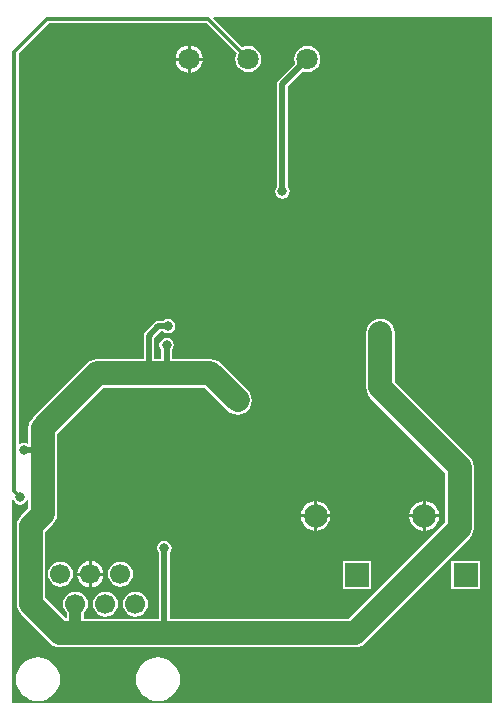
<source format=gbl>
%FSLAX24Y24*%
%MOIN*%
G70*
G01*
G75*
G04 Layer_Physical_Order=2*
G04 Layer_Color=16711680*
%ADD10R,0.0669X0.0709*%
%ADD11R,0.0394X0.0394*%
%ADD12R,0.0614X0.0110*%
%ADD13R,0.0110X0.0614*%
%ADD14R,0.0394X0.0394*%
%ADD15R,0.0354X0.0394*%
%ADD16R,0.0591X0.0472*%
%ADD17R,0.0591X0.0512*%
%ADD18R,0.0394X0.0354*%
%ADD19R,0.0472X0.0591*%
%ADD20R,0.0748X0.0374*%
%ADD21R,0.2717X0.2165*%
%ADD22R,0.0433X0.0394*%
%ADD23R,0.1968X0.0669*%
%ADD24C,0.0118*%
%ADD25C,0.0394*%
%ADD26C,0.0197*%
%ADD27C,0.0669*%
%ADD28C,0.0709*%
%ADD29R,0.0787X0.0787*%
%ADD30C,0.0787*%
%ADD31C,0.0315*%
%ADD32C,0.0787*%
G36*
X16063Y276D02*
Y79D01*
X79D01*
Y6849D01*
X128Y6854D01*
X132Y6837D01*
X184Y6759D01*
X262Y6707D01*
X354Y6688D01*
X446Y6707D01*
X525Y6759D01*
X577Y6837D01*
X626Y6827D01*
Y6575D01*
X372Y6321D01*
X296Y6223D01*
X248Y6108D01*
X232Y5984D01*
Y3386D01*
X248Y3262D01*
X296Y3148D01*
X372Y3049D01*
X1356Y2065D01*
X1455Y1989D01*
X1570Y1941D01*
X1693Y1925D01*
X11496D01*
X11619Y1941D01*
X11734Y1989D01*
X11833Y2065D01*
X15337Y5569D01*
X15413Y5667D01*
X15460Y5782D01*
X15477Y5906D01*
Y7953D01*
X15460Y8076D01*
X15413Y8191D01*
X15337Y8290D01*
X12839Y10788D01*
Y11220D01*
Y11811D01*
Y12402D01*
X12822Y12525D01*
X12775Y12640D01*
X12699Y12739D01*
X12600Y12814D01*
X12486Y12862D01*
X12362Y12878D01*
X12239Y12862D01*
X12124Y12814D01*
X12025Y12739D01*
X11950Y12640D01*
X11902Y12525D01*
X11886Y12402D01*
Y11811D01*
Y11220D01*
Y10591D01*
X11902Y10467D01*
X11950Y10352D01*
X12025Y10254D01*
X14523Y7755D01*
Y6103D01*
X11299Y2878D01*
X5338D01*
Y5081D01*
X5380Y5144D01*
X5398Y5236D01*
X5380Y5328D01*
X5328Y5407D01*
X5250Y5459D01*
X5157Y5477D01*
X5065Y5459D01*
X4987Y5407D01*
X4935Y5328D01*
X4917Y5236D01*
X4935Y5144D01*
X4977Y5081D01*
Y2878D01*
X2471D01*
Y3062D01*
X2488Y3075D01*
X2554Y3162D01*
X2596Y3262D01*
X2610Y3370D01*
X2596Y3478D01*
X2554Y3579D01*
X2488Y3665D01*
X2401Y3731D01*
X2301Y3773D01*
X2193Y3787D01*
X2085Y3773D01*
X1984Y3731D01*
X1898Y3665D01*
X1832Y3579D01*
X1790Y3478D01*
X1776Y3370D01*
X1790Y3262D01*
X1832Y3162D01*
X1898Y3075D01*
X1915Y3062D01*
Y2919D01*
X1869Y2900D01*
X1185Y3583D01*
Y5787D01*
X1439Y6041D01*
X1515Y6140D01*
X1563Y6255D01*
X1579Y6378D01*
Y9055D01*
X3111Y10586D01*
X6496D01*
X7261Y9821D01*
X7360Y9745D01*
X7475Y9697D01*
X7598Y9681D01*
X7722Y9697D01*
X7837Y9745D01*
X7935Y9821D01*
X8011Y9919D01*
X8059Y10034D01*
X8075Y10157D01*
X8059Y10281D01*
X8011Y10396D01*
X7935Y10494D01*
X7030Y11400D01*
X6931Y11476D01*
X6816Y11523D01*
X6693Y11540D01*
X5417D01*
Y11853D01*
X5459Y11916D01*
X5477Y12008D01*
X5459Y12100D01*
X5407Y12178D01*
X5328Y12230D01*
X5236Y12249D01*
X5144Y12230D01*
X5066Y12178D01*
X5014Y12100D01*
X4995Y12008D01*
X5014Y11916D01*
X5056Y11853D01*
Y11540D01*
X4826D01*
Y12248D01*
X5035Y12457D01*
X5121D01*
X5183Y12415D01*
X5276Y12397D01*
X5368Y12415D01*
X5446Y12467D01*
X5498Y12546D01*
X5516Y12638D01*
X5498Y12730D01*
X5446Y12808D01*
X5368Y12860D01*
X5276Y12879D01*
X5183Y12860D01*
X5121Y12818D01*
X4961D01*
X4892Y12805D01*
X4833Y12766D01*
X4518Y12451D01*
X4479Y12392D01*
X4465Y12323D01*
Y11540D01*
X2913D01*
X2790Y11523D01*
X2675Y11476D01*
X2576Y11400D01*
X765Y9589D01*
X690Y9490D01*
X642Y9375D01*
X626Y9252D01*
Y8739D01*
X582Y8715D01*
X565Y8726D01*
X472Y8745D01*
X380Y8726D01*
X342Y8701D01*
X298Y8724D01*
Y21713D01*
X1318Y22734D01*
X6556D01*
X7563Y21726D01*
X7531Y21648D01*
X7516Y21535D01*
X7531Y21422D01*
X7574Y21317D01*
X7644Y21227D01*
X7734Y21157D01*
X7840Y21114D01*
X7953Y21099D01*
X8066Y21114D01*
X8171Y21157D01*
X8262Y21227D01*
X8331Y21317D01*
X8375Y21422D01*
X8390Y21535D01*
X8375Y21648D01*
X8331Y21754D01*
X8262Y21844D01*
X8171Y21914D01*
X8066Y21957D01*
X7953Y21972D01*
X7840Y21957D01*
X7762Y21925D01*
X6780Y22907D01*
X6799Y22953D01*
X16063D01*
Y276D01*
D02*
G37*
%LPC*%
G36*
X1693Y4787D02*
X1585Y4773D01*
X1484Y4731D01*
X1398Y4665D01*
X1332Y4579D01*
X1290Y4478D01*
X1276Y4370D01*
X1290Y4262D01*
X1332Y4162D01*
X1398Y4075D01*
X1484Y4009D01*
X1585Y3967D01*
X1693Y3953D01*
X1801Y3967D01*
X1901Y4009D01*
X1988Y4075D01*
X2054Y4162D01*
X2096Y4262D01*
X2110Y4370D01*
X2096Y4478D01*
X2054Y4579D01*
X1988Y4665D01*
X1901Y4731D01*
X1801Y4773D01*
X1693Y4787D01*
D02*
G37*
G36*
X3125Y4320D02*
X2743D01*
Y3938D01*
X2806Y3947D01*
X2912Y3990D01*
X3003Y4060D01*
X3073Y4151D01*
X3116Y4257D01*
X3125Y4320D01*
D02*
G37*
G36*
X2643D02*
X2261D01*
X2269Y4257D01*
X2313Y4151D01*
X2383Y4060D01*
X2474Y3990D01*
X2579Y3947D01*
X2643Y3938D01*
Y4320D01*
D02*
G37*
G36*
Y4802D02*
X2579Y4794D01*
X2474Y4750D01*
X2383Y4680D01*
X2313Y4589D01*
X2269Y4484D01*
X2261Y4420D01*
X2643D01*
Y4802D01*
D02*
G37*
G36*
X3693Y4787D02*
X3585Y4773D01*
X3484Y4731D01*
X3398Y4665D01*
X3332Y4579D01*
X3290Y4478D01*
X3276Y4370D01*
X3290Y4262D01*
X3332Y4162D01*
X3398Y4075D01*
X3484Y4009D01*
X3585Y3967D01*
X3693Y3953D01*
X3801Y3967D01*
X3901Y4009D01*
X3988Y4075D01*
X4054Y4162D01*
X4096Y4262D01*
X4110Y4370D01*
X4096Y4478D01*
X4054Y4579D01*
X3988Y4665D01*
X3901Y4731D01*
X3801Y4773D01*
X3693Y4787D01*
D02*
G37*
G36*
X2743Y4802D02*
Y4420D01*
X3125D01*
X3116Y4484D01*
X3073Y4589D01*
X3003Y4680D01*
X2912Y4750D01*
X2806Y4794D01*
X2743Y4802D01*
D02*
G37*
G36*
X3193Y3787D02*
X3085Y3773D01*
X2984Y3731D01*
X2898Y3665D01*
X2832Y3579D01*
X2790Y3478D01*
X2776Y3370D01*
X2790Y3262D01*
X2832Y3162D01*
X2898Y3075D01*
X2984Y3009D01*
X3085Y2967D01*
X3193Y2953D01*
X3301Y2967D01*
X3401Y3009D01*
X3488Y3075D01*
X3554Y3162D01*
X3596Y3262D01*
X3610Y3370D01*
X3596Y3478D01*
X3554Y3579D01*
X3488Y3665D01*
X3401Y3731D01*
X3301Y3773D01*
X3193Y3787D01*
D02*
G37*
G36*
X4945Y1598D02*
X4802Y1584D01*
X4665Y1542D01*
X4538Y1475D01*
X4427Y1384D01*
X4336Y1273D01*
X4269Y1146D01*
X4227Y1009D01*
X4213Y866D01*
X4227Y723D01*
X4269Y586D01*
X4336Y460D01*
X4427Y349D01*
X4538Y258D01*
X4665Y190D01*
X4802Y148D01*
X4945Y134D01*
X5088Y148D01*
X5225Y190D01*
X5351Y258D01*
X5462Y349D01*
X5553Y460D01*
X5621Y586D01*
X5663Y723D01*
X5677Y866D01*
X5663Y1009D01*
X5621Y1146D01*
X5553Y1273D01*
X5462Y1384D01*
X5351Y1475D01*
X5225Y1542D01*
X5088Y1584D01*
X4945Y1598D01*
D02*
G37*
G36*
X945D02*
X802Y1584D01*
X665Y1542D01*
X538Y1475D01*
X427Y1384D01*
X336Y1273D01*
X269Y1146D01*
X227Y1009D01*
X213Y866D01*
X227Y723D01*
X269Y586D01*
X336Y460D01*
X427Y349D01*
X538Y258D01*
X665Y190D01*
X802Y148D01*
X945Y134D01*
X1088Y148D01*
X1225Y190D01*
X1351Y258D01*
X1462Y349D01*
X1553Y460D01*
X1621Y586D01*
X1663Y723D01*
X1677Y866D01*
X1663Y1009D01*
X1621Y1146D01*
X1553Y1273D01*
X1462Y1384D01*
X1351Y1475D01*
X1225Y1542D01*
X1088Y1584D01*
X945Y1598D01*
D02*
G37*
G36*
X15669Y4811D02*
X14724D01*
Y3866D01*
X15669D01*
Y4811D01*
D02*
G37*
G36*
X12047D02*
X11102D01*
Y3866D01*
X12047D01*
Y4811D01*
D02*
G37*
G36*
X4193Y3787D02*
X4085Y3773D01*
X3984Y3731D01*
X3898Y3665D01*
X3832Y3579D01*
X3790Y3478D01*
X3776Y3370D01*
X3790Y3262D01*
X3832Y3162D01*
X3898Y3075D01*
X3984Y3009D01*
X4085Y2967D01*
X4193Y2953D01*
X4301Y2967D01*
X4401Y3009D01*
X4488Y3075D01*
X4554Y3162D01*
X4596Y3262D01*
X4610Y3370D01*
X4596Y3478D01*
X4554Y3579D01*
X4488Y3665D01*
X4401Y3731D01*
X4301Y3773D01*
X4193Y3787D01*
D02*
G37*
G36*
X10147Y6257D02*
X9705D01*
X9716Y6178D01*
X9766Y6058D01*
X9845Y5955D01*
X9948Y5876D01*
X10068Y5826D01*
X10147Y5816D01*
Y6257D01*
D02*
G37*
G36*
X6436Y21485D02*
X6034D01*
Y21084D01*
X6103Y21093D01*
X6213Y21139D01*
X6308Y21211D01*
X6381Y21306D01*
X6427Y21417D01*
X6436Y21485D01*
D02*
G37*
G36*
X5934D02*
X5533D01*
X5542Y21417D01*
X5587Y21306D01*
X5660Y21211D01*
X5755Y21139D01*
X5866Y21093D01*
X5934Y21084D01*
Y21485D01*
D02*
G37*
G36*
X13869Y6798D02*
Y6357D01*
X14310D01*
X14300Y6436D01*
X14250Y6556D01*
X14171Y6659D01*
X14068Y6738D01*
X13948Y6788D01*
X13869Y6798D01*
D02*
G37*
G36*
X6034Y21987D02*
Y21585D01*
X6436D01*
X6427Y21654D01*
X6381Y21765D01*
X6308Y21859D01*
X6213Y21932D01*
X6103Y21978D01*
X6034Y21987D01*
D02*
G37*
G36*
X5934D02*
X5866Y21978D01*
X5755Y21932D01*
X5660Y21859D01*
X5587Y21765D01*
X5542Y21654D01*
X5533Y21585D01*
X5934D01*
Y21987D01*
D02*
G37*
G36*
X9921Y21972D02*
X9808Y21957D01*
X9703Y21914D01*
X9612Y21844D01*
X9543Y21754D01*
X9499Y21648D01*
X9484Y21535D01*
X9499Y21422D01*
X9515Y21385D01*
X8967Y20836D01*
X8928Y20778D01*
X8914Y20709D01*
Y17281D01*
X8872Y17218D01*
X8854Y17126D01*
X8872Y17034D01*
X8924Y16956D01*
X9002Y16903D01*
X9094Y16885D01*
X9187Y16903D01*
X9265Y16956D01*
X9317Y17034D01*
X9335Y17126D01*
X9317Y17218D01*
X9275Y17281D01*
Y20634D01*
X9770Y21129D01*
X9808Y21114D01*
X9921Y21099D01*
X10034Y21114D01*
X10140Y21157D01*
X10230Y21227D01*
X10300Y21317D01*
X10343Y21422D01*
X10358Y21535D01*
X10343Y21648D01*
X10300Y21754D01*
X10230Y21844D01*
X10140Y21914D01*
X10034Y21957D01*
X9921Y21972D01*
D02*
G37*
G36*
X14310Y6257D02*
X13869D01*
Y5816D01*
X13948Y5826D01*
X14068Y5876D01*
X14171Y5955D01*
X14250Y6058D01*
X14300Y6178D01*
X14310Y6257D01*
D02*
G37*
G36*
X13769D02*
X13328D01*
X13338Y6178D01*
X13388Y6058D01*
X13467Y5955D01*
X13570Y5876D01*
X13690Y5826D01*
X13769Y5816D01*
Y6257D01*
D02*
G37*
G36*
X10688D02*
X10247D01*
Y5816D01*
X10326Y5826D01*
X10446Y5876D01*
X10549Y5955D01*
X10628Y6058D01*
X10678Y6178D01*
X10688Y6257D01*
D02*
G37*
G36*
X13769Y6798D02*
X13690Y6788D01*
X13570Y6738D01*
X13467Y6659D01*
X13388Y6556D01*
X13338Y6436D01*
X13328Y6357D01*
X13769D01*
Y6798D01*
D02*
G37*
G36*
X10247D02*
Y6357D01*
X10688D01*
X10678Y6436D01*
X10628Y6556D01*
X10549Y6659D01*
X10446Y6738D01*
X10326Y6788D01*
X10247Y6798D01*
D02*
G37*
G36*
X10147D02*
X10068Y6788D01*
X9948Y6738D01*
X9845Y6659D01*
X9766Y6556D01*
X9716Y6436D01*
X9705Y6357D01*
X10147D01*
Y6798D01*
D02*
G37*
%LPD*%
D24*
X6614Y22874D02*
X7953Y21535D01*
X1260Y22874D02*
X6614D01*
X157Y21772D02*
X1260Y22874D01*
X157Y7126D02*
X354Y6929D01*
X157Y7126D02*
Y21772D01*
D25*
X2193Y2413D02*
Y3370D01*
D26*
X9094Y17126D02*
Y20709D01*
X9921Y21535D01*
X4961Y12638D02*
X5276D01*
X4646Y12323D02*
X4961Y12638D01*
X4646Y11063D02*
Y12323D01*
X5236Y11063D02*
Y12008D01*
X472Y8504D02*
X1063D01*
X5157Y2441D02*
Y5236D01*
D27*
X4193Y3370D02*
D03*
X3693Y4370D02*
D03*
X3193Y3370D02*
D03*
X2693Y4370D02*
D03*
X2193Y3370D02*
D03*
X1693Y4370D02*
D03*
D28*
X9921Y21535D02*
D03*
X7953D02*
D03*
X5984D02*
D03*
D29*
X11575Y4339D02*
D03*
X15197D02*
D03*
D30*
X10197Y6307D02*
D03*
X13819D02*
D03*
D31*
X1673Y22559D02*
D03*
X15610D02*
D03*
X13071D02*
D03*
X3799D02*
D03*
X4528Y5236D02*
D03*
X5157D02*
D03*
X7598Y10157D02*
D03*
X8189Y8937D02*
D03*
Y8307D02*
D03*
X1850Y7087D02*
D03*
X4173Y12283D02*
D03*
X3232D02*
D03*
X1417Y14098D02*
D03*
Y15748D02*
D03*
X1850Y16220D02*
D03*
X4646D02*
D03*
X7441D02*
D03*
X7874Y15787D02*
D03*
Y14134D02*
D03*
X7008Y13268D02*
D03*
X6063Y16220D02*
D03*
X3189D02*
D03*
X2283Y13232D02*
D03*
X6890Y12638D02*
D03*
Y12008D02*
D03*
X1024Y10709D02*
D03*
X551Y10551D02*
D03*
X5236Y12008D02*
D03*
X5276Y12638D02*
D03*
X9094Y17126D02*
D03*
X354Y6929D02*
D03*
X13268Y8071D02*
D03*
Y7480D02*
D03*
X10079Y7480D02*
D03*
X14764Y12402D02*
D03*
X14764Y12992D02*
D03*
Y13583D02*
D03*
X10228Y11701D02*
D03*
X10795D02*
D03*
X12362Y11220D02*
D03*
Y11811D02*
D03*
Y12402D02*
D03*
X13228D02*
D03*
Y11811D02*
D03*
Y11220D02*
D03*
X472Y8504D02*
D03*
D32*
X12362Y10591D02*
X15000Y7953D01*
Y5906D02*
Y7953D01*
X11496Y2402D02*
X15000Y5906D01*
X1693Y2402D02*
X11496D01*
X709Y3386D02*
X1693Y2402D01*
X709Y3386D02*
Y5984D01*
X12362Y10591D02*
Y11220D01*
Y11811D01*
Y12402D01*
X709Y5984D02*
X1102Y6378D01*
Y9252D01*
X2913Y11063D01*
X4646D01*
X5236D01*
X6693D01*
X7598Y10157D01*
M02*

</source>
